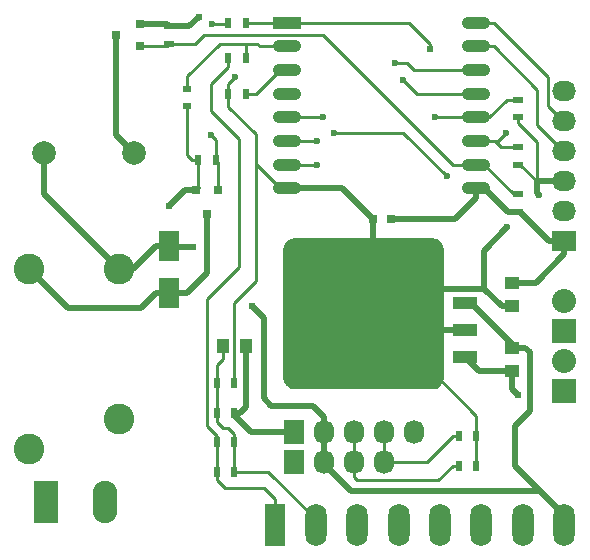
<source format=gtl>
G04 #@! TF.FileFunction,Copper,L1,Top,Signal*
%FSLAX46Y46*%
G04 Gerber Fmt 4.6, Leading zero omitted, Abs format (unit mm)*
G04 Created by KiCad (PCBNEW 4.0.4-stable) date Sunday, 30 October 2016 'PMt' 23:49:13*
%MOMM*%
%LPD*%
G01*
G04 APERTURE LIST*
%ADD10C,0.100000*%
%ADD11R,0.800100X0.800100*%
%ADD12R,1.800000X3.600000*%
%ADD13O,1.800000X3.600000*%
%ADD14C,2.600000*%
%ADD15R,1.250000X1.000000*%
%ADD16R,1.000000X1.250000*%
%ADD17R,0.800000X0.750000*%
%ADD18R,1.800860X2.499360*%
%ADD19R,0.700000X0.600000*%
%ADD20R,1.727200X2.032000*%
%ADD21O,1.727200X2.032000*%
%ADD22R,2.032000X1.727200*%
%ADD23O,2.032000X1.727200*%
%ADD24R,2.032000X2.032000*%
%ADD25O,2.032000X2.032000*%
%ADD26R,0.500000X0.900000*%
%ADD27R,0.900000X0.500000*%
%ADD28C,2.000000*%
%ADD29R,2.032000X3.657600*%
%ADD30R,2.032000X1.016000*%
%ADD31R,2.400000X1.100000*%
%ADD32O,2.400000X1.100000*%
%ADD33R,2.100000X3.600000*%
%ADD34O,2.100000X3.600000*%
%ADD35C,0.609600*%
%ADD36C,0.600000*%
%ADD37C,0.508000*%
%ADD38C,0.254000*%
G04 APERTURE END LIST*
D10*
D11*
X78650000Y-73150000D03*
X76750000Y-73150000D03*
X77700000Y-75148980D03*
D12*
X83400000Y-101550000D03*
D13*
X86900000Y-101550000D03*
X90400000Y-101550000D03*
X93900000Y-101550000D03*
X97400000Y-101550000D03*
X100900000Y-101550000D03*
X104400000Y-101550000D03*
X107900000Y-101550000D03*
D14*
X70250000Y-79850000D03*
X62650000Y-79850000D03*
X62650000Y-95090000D03*
X70250000Y-92550000D03*
D15*
X103500000Y-86500000D03*
X103500000Y-88500000D03*
X103500000Y-83000000D03*
X103500000Y-81000000D03*
D16*
X79010000Y-86360000D03*
X81010000Y-86360000D03*
D17*
X91750000Y-75600000D03*
X93250000Y-75600000D03*
D18*
X74500000Y-77900000D03*
X74500000Y-81897960D03*
D19*
X76000000Y-66000000D03*
X76000000Y-64600000D03*
D20*
X85064600Y-96164400D03*
D21*
X87604600Y-96164400D03*
X90144600Y-96164400D03*
X92684600Y-96164400D03*
D20*
X85064600Y-93624400D03*
D21*
X87604600Y-93624400D03*
X90144600Y-93624400D03*
X92684600Y-93624400D03*
X95224600Y-93624400D03*
D22*
X107950000Y-77470000D03*
D23*
X107950000Y-74930000D03*
X107950000Y-72390000D03*
X107950000Y-69850000D03*
X107950000Y-67310000D03*
X107950000Y-64770000D03*
D24*
X107950000Y-90170000D03*
D25*
X107950000Y-87630000D03*
D24*
X107950000Y-85090000D03*
D25*
X107950000Y-82550000D03*
D11*
X72000000Y-61000000D03*
X72000000Y-59100000D03*
X70001020Y-60050000D03*
D26*
X78450000Y-70650000D03*
X76950000Y-70650000D03*
D27*
X104000000Y-73500000D03*
X104000000Y-75000000D03*
D26*
X78500000Y-94500000D03*
X80000000Y-94500000D03*
X78500000Y-97000000D03*
X80000000Y-97000000D03*
X81000000Y-62000000D03*
X79500000Y-62000000D03*
X80000000Y-89500000D03*
X78500000Y-89500000D03*
X78500000Y-92000000D03*
X80000000Y-92000000D03*
X100500000Y-94000000D03*
X99000000Y-94000000D03*
X100500000Y-96500000D03*
X99000000Y-96500000D03*
X79500000Y-65000000D03*
X81000000Y-65000000D03*
X79500000Y-59000000D03*
X81000000Y-59000000D03*
D27*
X104000000Y-67000000D03*
X104000000Y-65500000D03*
X74500000Y-60800000D03*
X74500000Y-59300000D03*
X104000000Y-71000000D03*
X104000000Y-69500000D03*
D28*
X63900320Y-70000000D03*
X71500000Y-70000000D03*
D29*
X92896000Y-85000000D03*
D30*
X99500000Y-85000000D03*
X99500000Y-82714000D03*
X99500000Y-87286000D03*
D31*
X84500000Y-59000000D03*
D32*
X84500000Y-61000000D03*
X84500000Y-63000000D03*
X84500000Y-65000000D03*
X84500000Y-67000000D03*
X84500000Y-69000000D03*
X84500000Y-71000000D03*
X84500000Y-73000000D03*
X100500000Y-73000000D03*
X100500000Y-71000000D03*
X100500000Y-69000000D03*
X100500000Y-67000000D03*
X100500000Y-65000000D03*
X100500000Y-63000000D03*
X100500000Y-61000000D03*
X100500000Y-59000000D03*
D33*
X64050000Y-99550000D03*
D34*
X69050000Y-99550000D03*
D35*
X76500000Y-78000000D03*
X81500000Y-83000000D03*
X74500000Y-74500000D03*
X103987600Y-90500200D03*
X77000000Y-58500000D03*
D36*
X105800000Y-73600000D03*
X103100000Y-76300000D03*
X78130400Y-59080400D03*
X80060800Y-63576200D03*
X87000000Y-71000000D03*
X87000000Y-69000000D03*
X103000000Y-68300000D03*
X98000000Y-72000000D03*
X88400000Y-68300000D03*
D35*
X96600000Y-61250000D03*
D36*
X97000000Y-67000000D03*
X87500000Y-67000000D03*
X78000000Y-68500000D03*
X93600000Y-62400000D03*
X94300000Y-63800000D03*
D37*
X103500000Y-86500000D02*
X104633000Y-86500000D01*
X104633000Y-86500000D02*
X105000000Y-86867000D01*
X105000000Y-86867000D02*
X105000000Y-91900000D01*
X105000000Y-91900000D02*
X103800000Y-93100000D01*
X103800000Y-93100000D02*
X103800000Y-96550000D01*
X103800000Y-96550000D02*
X105750000Y-98500000D01*
X105750000Y-98500000D02*
X105850000Y-98600000D01*
X105850000Y-98600000D02*
X107900000Y-100650000D01*
X87604600Y-96164400D02*
X87604600Y-96316800D01*
X87604600Y-96316800D02*
X89887800Y-98600000D01*
X89887800Y-98600000D02*
X105850000Y-98600000D01*
X70250000Y-79850000D02*
X63900320Y-73500320D01*
X63900320Y-73500320D02*
X63900320Y-70000000D01*
X74500000Y-77900000D02*
X73345570Y-77900000D01*
X71395570Y-79850000D02*
X70250000Y-79850000D01*
X73345570Y-77900000D02*
X71395570Y-79850000D01*
X81500000Y-83000000D02*
X82500000Y-84000000D01*
X82500000Y-84000000D02*
X82500000Y-90800000D01*
X82500000Y-90800000D02*
X83100000Y-91400000D01*
X83100000Y-91400000D02*
X86650200Y-91400000D01*
X86650200Y-91400000D02*
X87604600Y-92354400D01*
X87604600Y-92354400D02*
X87604600Y-93624400D01*
X99500000Y-82714000D02*
X100008000Y-82714000D01*
X100008000Y-82714000D02*
X103500000Y-86206000D01*
X103500000Y-86206000D02*
X103500000Y-86500000D01*
X76500000Y-78000000D02*
X74600000Y-78000000D01*
X74600000Y-78000000D02*
X74500000Y-77900000D01*
X87604600Y-93624400D02*
X87604600Y-93472000D01*
X107900000Y-100650000D02*
X107900000Y-101550000D01*
X87604600Y-93624400D02*
X87604600Y-96164400D01*
X103500000Y-86500000D02*
X103625000Y-86500000D01*
X76750000Y-73150000D02*
X75850000Y-73150000D01*
X75850000Y-73150000D02*
X74500000Y-74500000D01*
X103500000Y-88500000D02*
X103500000Y-90012600D01*
X103500000Y-90012600D02*
X103987600Y-90500200D01*
X103500000Y-88500000D02*
X100714000Y-88500000D01*
X100714000Y-88500000D02*
X99500000Y-87286000D01*
X104000000Y-75000000D02*
X104200000Y-75000000D01*
X104200000Y-75000000D02*
X106670000Y-77470000D01*
X106670000Y-77470000D02*
X107950000Y-77470000D01*
X103500000Y-81000000D02*
X105537600Y-81000000D01*
X105537600Y-81000000D02*
X107950000Y-78587600D01*
X107950000Y-78587600D02*
X107950000Y-77470000D01*
X81010000Y-86360000D02*
X81010000Y-91494000D01*
X81010000Y-91494000D02*
X80504000Y-92000000D01*
X80504000Y-92000000D02*
X80000000Y-92000000D01*
D38*
X76000000Y-66000000D02*
X76000000Y-70204000D01*
X76000000Y-70204000D02*
X76446000Y-70650000D01*
X76446000Y-70650000D02*
X76950000Y-70650000D01*
X76950000Y-70650000D02*
X76950000Y-72950000D01*
D37*
X76950000Y-72950000D02*
X76750000Y-73150000D01*
X81424400Y-93624400D02*
X81000000Y-93200000D01*
X81000000Y-93200000D02*
X80000000Y-92200000D01*
X81010000Y-93190000D02*
X81000000Y-93200000D01*
X85064600Y-93624400D02*
X81424400Y-93624400D01*
X80000000Y-92200000D02*
X80000000Y-92000000D01*
X93250000Y-75600000D02*
X98704000Y-75600000D01*
X98704000Y-75600000D02*
X100500000Y-73804000D01*
X100500000Y-73804000D02*
X100500000Y-73000000D01*
X74500000Y-59300000D02*
X76200000Y-59300000D01*
X76200000Y-59300000D02*
X77000000Y-58500000D01*
X72000000Y-59100000D02*
X74300000Y-59100000D01*
X74300000Y-59100000D02*
X74500000Y-59300000D01*
X103150000Y-75000000D02*
X104000000Y-75000000D01*
X100500000Y-73000000D02*
X101150000Y-73000000D01*
X101150000Y-73000000D02*
X103150000Y-75000000D01*
D38*
X79500000Y-66100000D02*
X81830000Y-68430000D01*
X81830000Y-68430000D02*
X81830000Y-70250000D01*
X79500000Y-65000000D02*
X79500000Y-66100000D01*
X104000000Y-71000000D02*
X104200000Y-71000000D01*
X104200000Y-71000000D02*
X105590000Y-72390000D01*
X105590000Y-72390000D02*
X105610000Y-72390000D01*
X104000000Y-67000000D02*
X104000000Y-67504000D01*
X104000000Y-67504000D02*
X105610000Y-69114000D01*
X105610000Y-69114000D02*
X105610000Y-72390000D01*
X81830000Y-70250000D02*
X81830000Y-70980000D01*
X80000000Y-89500000D02*
X80000000Y-82700000D01*
X80000000Y-82700000D02*
X81830000Y-80870000D01*
X81830000Y-80870000D02*
X81830000Y-70250000D01*
D37*
X97100000Y-81500000D02*
X98800000Y-81500000D01*
X97100000Y-81500000D02*
X97100000Y-85000000D01*
X94050000Y-81500000D02*
X97100000Y-81500000D01*
X96700000Y-85000000D02*
X97100000Y-85000000D01*
X97100000Y-85000000D02*
X97500000Y-85000000D01*
X101121000Y-81500000D02*
X98800000Y-81500000D01*
X91750000Y-75600000D02*
X91750000Y-79200000D01*
X91750000Y-79200000D02*
X94050000Y-81500000D01*
X98800000Y-81500000D02*
X98100000Y-81500000D01*
D38*
X98100000Y-81500000D02*
X98000000Y-81500000D01*
X97675000Y-81500000D02*
X98000000Y-81500000D01*
D37*
X101121000Y-78279000D02*
X101121000Y-81500000D01*
X103100000Y-76300000D02*
X101121000Y-78279000D01*
X102621000Y-83000000D02*
X101121000Y-81500000D01*
X103500000Y-83000000D02*
X102621000Y-83000000D01*
X105600000Y-73400000D02*
X105800000Y-73600000D01*
X105600000Y-72400000D02*
X105600000Y-73400000D01*
D38*
X78130400Y-59080400D02*
X79419600Y-59080400D01*
X79419600Y-59080400D02*
X79500000Y-59000000D01*
X79500000Y-65000000D02*
X79500000Y-64137000D01*
X79500000Y-64137000D02*
X80060800Y-63576200D01*
D37*
X84500000Y-73000000D02*
X89150000Y-73000000D01*
X89150000Y-73000000D02*
X91750000Y-75600000D01*
D38*
X104000000Y-67000000D02*
X104200000Y-67000000D01*
X91725000Y-75600000D02*
X91750000Y-75600000D01*
D37*
X92896000Y-85000000D02*
X96700000Y-85000000D01*
D38*
X100500000Y-92300000D02*
X96700000Y-88500000D01*
X96700000Y-88500000D02*
X96700000Y-85000000D01*
X100500000Y-94000000D02*
X100500000Y-92300000D01*
X100500000Y-94000000D02*
X100500000Y-96500000D01*
X91750000Y-75600000D02*
X91775000Y-75600000D01*
X81830000Y-70980000D02*
X83850000Y-73000000D01*
X83850000Y-73000000D02*
X84500000Y-73000000D01*
X79500000Y-65000000D02*
X79500000Y-65200000D01*
D37*
X97500000Y-85000000D02*
X99500000Y-85000000D01*
D38*
X105600000Y-72400000D02*
X105610000Y-72390000D01*
D37*
X105610000Y-72390000D02*
X107950000Y-72390000D01*
X72109330Y-83134200D02*
X65934200Y-83134200D01*
X65934200Y-83134200D02*
X62650000Y-79850000D01*
X74500000Y-81897960D02*
X73345570Y-81897960D01*
X73345570Y-81897960D02*
X72109330Y-83134200D01*
X77700000Y-80150000D02*
X75952040Y-81897960D01*
X75952040Y-81897960D02*
X74500000Y-81897960D01*
X77700000Y-75148980D02*
X77700000Y-80150000D01*
D38*
X81900000Y-60750000D02*
X82150000Y-61000000D01*
X82150000Y-61000000D02*
X84500000Y-61000000D01*
X81000000Y-60750000D02*
X81900000Y-60750000D01*
X81000000Y-62000000D02*
X81000000Y-60750000D01*
X81000000Y-60750000D02*
X78750000Y-60750000D01*
X78750000Y-60750000D02*
X76000000Y-63500000D01*
X76000000Y-63500000D02*
X76000000Y-64600000D01*
X81000000Y-62200000D02*
X81000000Y-62000000D01*
X87000000Y-71000000D02*
X84500000Y-71000000D01*
X90144600Y-96164400D02*
X90144600Y-97434400D01*
X90144600Y-97434400D02*
X90421610Y-97711410D01*
X90421610Y-97711410D02*
X97284590Y-97711410D01*
X97284590Y-97711410D02*
X98496000Y-96500000D01*
X98496000Y-96500000D02*
X99000000Y-96500000D01*
X90144600Y-93624400D02*
X90144600Y-94894400D01*
X90144600Y-94894400D02*
X90144600Y-96164400D01*
X87000000Y-69000000D02*
X84500000Y-69000000D01*
X96335600Y-96164400D02*
X96335600Y-96160400D01*
X96335600Y-96160400D02*
X98496000Y-94000000D01*
X98496000Y-94000000D02*
X99000000Y-94000000D01*
X92684600Y-96164400D02*
X96335600Y-96164400D01*
X92684600Y-93624400D02*
X92684600Y-96164400D01*
X103000000Y-68300000D02*
X102300000Y-69000000D01*
X102300000Y-69000000D02*
X102100000Y-69000000D01*
X88400000Y-68300000D02*
X94300000Y-68300000D01*
X94300000Y-68300000D02*
X98000000Y-72000000D01*
X100500000Y-69000000D02*
X102100000Y-69000000D01*
X102600000Y-69500000D02*
X104000000Y-69500000D01*
X102100000Y-69000000D02*
X102600000Y-69500000D01*
X105600000Y-64646000D02*
X105600000Y-67652400D01*
X105600000Y-67652400D02*
X107797600Y-69850000D01*
X107797600Y-69850000D02*
X107950000Y-69850000D01*
X100500000Y-61000000D02*
X101954000Y-61000000D01*
X101954000Y-61000000D02*
X105600000Y-64646000D01*
X100500000Y-61000000D02*
X101150000Y-61000000D01*
X106552990Y-63598990D02*
X106552990Y-66065390D01*
X100500000Y-59000000D02*
X101954000Y-59000000D01*
X101954000Y-59000000D02*
X106552990Y-63598990D01*
X106552990Y-66065390D02*
X107797600Y-67310000D01*
X107797600Y-67310000D02*
X107950000Y-67310000D01*
X96600000Y-61250000D02*
X96600000Y-60818948D01*
X96600000Y-60818948D02*
X94781052Y-59000000D01*
X94781052Y-59000000D02*
X92746798Y-59000000D01*
X84500000Y-59000000D02*
X92746798Y-59000000D01*
X81000000Y-59000000D02*
X84500000Y-59000000D01*
X97000000Y-67000000D02*
X100500000Y-67000000D01*
X101600000Y-67000000D02*
X103100000Y-65500000D01*
X103100000Y-65500000D02*
X104000000Y-65500000D01*
X100500000Y-67000000D02*
X101600000Y-67000000D01*
X87500000Y-67000000D02*
X84500000Y-67000000D01*
X78450000Y-70650000D02*
X78450000Y-68950000D01*
X78450000Y-68950000D02*
X78000000Y-68500000D01*
X78650000Y-73150000D02*
X78650000Y-70850000D01*
X78650000Y-70850000D02*
X78450000Y-70650000D01*
X87498990Y-59998990D02*
X98500000Y-71000000D01*
X98500000Y-71000000D02*
X100500000Y-71000000D01*
X74500000Y-60800000D02*
X76654000Y-60800000D01*
X77455010Y-59998990D02*
X87498990Y-59998990D01*
X76654000Y-60800000D02*
X77455010Y-59998990D01*
X72000000Y-61000000D02*
X74300000Y-61000000D01*
X74300000Y-61000000D02*
X74500000Y-60800000D01*
X101150000Y-71000000D02*
X103650000Y-73500000D01*
X103650000Y-73500000D02*
X104000000Y-73500000D01*
X100500000Y-71000000D02*
X101150000Y-71000000D01*
D37*
X71500000Y-70000000D02*
X70001020Y-68501020D01*
X70001020Y-68501020D02*
X70001020Y-60050000D01*
D38*
X81850000Y-65000000D02*
X81000000Y-65000000D01*
X84500000Y-63000000D02*
X83850000Y-63000000D01*
X83850000Y-63000000D02*
X81850000Y-65000000D01*
X94600000Y-62400000D02*
X95200000Y-63000000D01*
X95200000Y-63000000D02*
X100500000Y-63000000D01*
X93600000Y-62400000D02*
X94600000Y-62400000D01*
X94300000Y-63800000D02*
X95500000Y-65000000D01*
X95500000Y-65000000D02*
X100500000Y-65000000D01*
X78500000Y-92000000D02*
X78500000Y-92800000D01*
X78500000Y-92800000D02*
X79000000Y-93300000D01*
X79000000Y-93300000D02*
X79504000Y-93300000D01*
X79504000Y-93300000D02*
X80000000Y-93796000D01*
X80000000Y-93796000D02*
X80000000Y-94500000D01*
X80000000Y-97000000D02*
X82850000Y-97000000D01*
X82850000Y-97000000D02*
X86900000Y-101050000D01*
X86900000Y-101050000D02*
X86900000Y-101550000D01*
X78500000Y-88000000D02*
X79010000Y-87490000D01*
X79010000Y-87490000D02*
X79010000Y-86360000D01*
X78500000Y-89500000D02*
X78500000Y-88000000D01*
X78500000Y-92000000D02*
X78500000Y-89500000D01*
X80000000Y-94500000D02*
X80000000Y-94300000D01*
X80000000Y-97000000D02*
X80000000Y-94500000D01*
X78000000Y-66500000D02*
X78000000Y-64204000D01*
X78000000Y-64204000D02*
X79500000Y-62704000D01*
X79500000Y-62704000D02*
X79500000Y-62000000D01*
X80368999Y-68868999D02*
X78000000Y-66500000D01*
X77668999Y-82411001D02*
X80368999Y-79711001D01*
X80368999Y-79711001D02*
X80368999Y-68868999D01*
X78500000Y-94500000D02*
X78500000Y-93996000D01*
X78500000Y-93996000D02*
X77668999Y-93164999D01*
X77668999Y-93164999D02*
X77668999Y-82411001D01*
X82500000Y-98400000D02*
X83400000Y-99300000D01*
X83400000Y-99300000D02*
X83400000Y-101550000D01*
X79196000Y-98400000D02*
X82500000Y-98400000D01*
X78500000Y-97000000D02*
X78500000Y-97704000D01*
X78500000Y-97704000D02*
X79196000Y-98400000D01*
X78500000Y-97000000D02*
X78500000Y-94500000D01*
G36*
X97033130Y-77395752D02*
X97315545Y-77584455D01*
X97504248Y-77866870D01*
X97573000Y-78212509D01*
X97573000Y-88987491D01*
X97504248Y-89333130D01*
X97315545Y-89615545D01*
X97033130Y-89804248D01*
X96687491Y-89873000D01*
X85112509Y-89873000D01*
X84766870Y-89804248D01*
X84484455Y-89615545D01*
X84295752Y-89333130D01*
X84227000Y-88987491D01*
X84227000Y-78212509D01*
X84295752Y-77866870D01*
X84484455Y-77584455D01*
X84766870Y-77395752D01*
X85112509Y-77327000D01*
X96687491Y-77327000D01*
X97033130Y-77395752D01*
X97033130Y-77395752D01*
G37*
X97033130Y-77395752D02*
X97315545Y-77584455D01*
X97504248Y-77866870D01*
X97573000Y-78212509D01*
X97573000Y-88987491D01*
X97504248Y-89333130D01*
X97315545Y-89615545D01*
X97033130Y-89804248D01*
X96687491Y-89873000D01*
X85112509Y-89873000D01*
X84766870Y-89804248D01*
X84484455Y-89615545D01*
X84295752Y-89333130D01*
X84227000Y-88987491D01*
X84227000Y-78212509D01*
X84295752Y-77866870D01*
X84484455Y-77584455D01*
X84766870Y-77395752D01*
X85112509Y-77327000D01*
X96687491Y-77327000D01*
X97033130Y-77395752D01*
M02*

</source>
